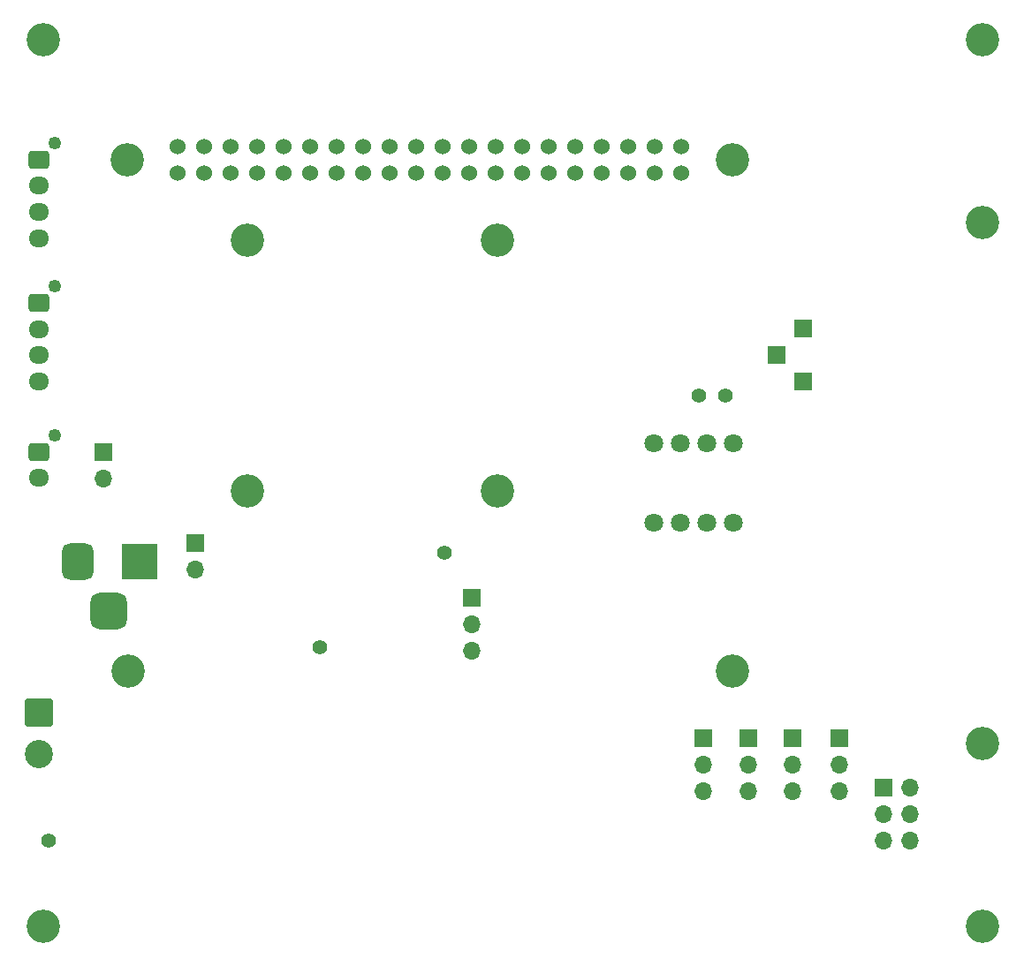
<source format=gbr>
%TF.GenerationSoftware,KiCad,Pcbnew,9.0.0*%
%TF.CreationDate,2025-05-22T12:59:40+09:00*%
%TF.ProjectId,control_unit,636f6e74-726f-46c5-9f75-6e69742e6b69,R1*%
%TF.SameCoordinates,Original*%
%TF.FileFunction,Soldermask,Bot*%
%TF.FilePolarity,Negative*%
%FSLAX46Y46*%
G04 Gerber Fmt 4.6, Leading zero omitted, Abs format (unit mm)*
G04 Created by KiCad (PCBNEW 9.0.0) date 2025-05-22 12:59:40*
%MOMM*%
%LPD*%
G01*
G04 APERTURE LIST*
G04 Aperture macros list*
%AMRoundRect*
0 Rectangle with rounded corners*
0 $1 Rounding radius*
0 $2 $3 $4 $5 $6 $7 $8 $9 X,Y pos of 4 corners*
0 Add a 4 corners polygon primitive as box body*
4,1,4,$2,$3,$4,$5,$6,$7,$8,$9,$2,$3,0*
0 Add four circle primitives for the rounded corners*
1,1,$1+$1,$2,$3*
1,1,$1+$1,$4,$5*
1,1,$1+$1,$6,$7*
1,1,$1+$1,$8,$9*
0 Add four rect primitives between the rounded corners*
20,1,$1+$1,$2,$3,$4,$5,0*
20,1,$1+$1,$4,$5,$6,$7,0*
20,1,$1+$1,$6,$7,$8,$9,0*
20,1,$1+$1,$8,$9,$2,$3,0*%
G04 Aperture macros list end*
%ADD10C,1.400000*%
%ADD11R,1.800000X1.800000*%
%ADD12C,1.800000*%
%ADD13R,1.700000X1.700000*%
%ADD14O,1.700000X1.700000*%
%ADD15C,3.200000*%
%ADD16C,1.524000*%
%ADD17R,3.500000X3.500000*%
%ADD18RoundRect,0.750000X-0.750000X-1.000000X0.750000X-1.000000X0.750000X1.000000X-0.750000X1.000000X0*%
%ADD19RoundRect,0.875000X-0.875000X-0.875000X0.875000X-0.875000X0.875000X0.875000X-0.875000X0.875000X0*%
%ADD20C,1.250000*%
%ADD21RoundRect,0.250000X-0.725000X0.600000X-0.725000X-0.600000X0.725000X-0.600000X0.725000X0.600000X0*%
%ADD22O,1.950000X1.700000*%
%ADD23RoundRect,0.250001X-1.099999X1.099999X-1.099999X-1.099999X1.099999X-1.099999X1.099999X1.099999X0*%
%ADD24C,2.700000*%
G04 APERTURE END LIST*
D10*
%TO.C,TP2*%
X86525995Y-133849005D03*
%TD*%
%TO.C,JP1*%
X148852195Y-91234005D03*
X151392195Y-91234005D03*
%TD*%
D11*
%TO.C,R11*%
X158775995Y-89849005D03*
X156235995Y-87309005D03*
X158775995Y-84769005D03*
%TD*%
D12*
%TO.C,U15*%
X152085995Y-95789005D03*
X149545995Y-95789005D03*
X147005995Y-95789005D03*
X144465995Y-95789005D03*
X144465995Y-103409005D03*
X147005995Y-103409005D03*
X149545995Y-103409005D03*
X152085995Y-103409005D03*
%TD*%
D13*
%TO.C,J7*%
X157775995Y-124074005D03*
D14*
X157775995Y-126614005D03*
X157775995Y-129154005D03*
%TD*%
D13*
%TO.C,M2*%
X100525995Y-105324005D03*
D14*
X100525995Y-107864005D03*
%TD*%
D15*
%TO.C,H1*%
X86025995Y-57099005D03*
%TD*%
%TO.C,U2*%
X94025995Y-68599005D03*
X94075995Y-117599005D03*
X105525995Y-76349005D03*
X105525995Y-100349005D03*
X129525995Y-76349005D03*
X129525995Y-100349005D03*
X152025995Y-68599005D03*
X152025995Y-117599005D03*
D16*
X98895995Y-69869005D03*
X98895995Y-67329005D03*
X101435995Y-69869005D03*
X101435995Y-67329005D03*
X103975995Y-69869005D03*
X103975995Y-67329005D03*
X106515995Y-69869005D03*
X106515995Y-67329005D03*
X109055995Y-69869005D03*
X109055995Y-67329005D03*
X111595995Y-69869005D03*
X111595995Y-67329005D03*
X114135995Y-69869005D03*
X114135995Y-67329005D03*
X116675995Y-69869005D03*
X116675995Y-67329005D03*
X119215995Y-69869005D03*
X119215995Y-67329005D03*
X121755995Y-69869005D03*
X121755995Y-67329005D03*
X124295995Y-69869005D03*
X124295995Y-67329005D03*
X126835995Y-69869005D03*
X126835995Y-67329005D03*
X129375995Y-69869005D03*
X129375995Y-67329005D03*
X131915995Y-69869005D03*
X131915995Y-67329005D03*
X134455995Y-69869005D03*
X134455995Y-67329005D03*
X136995995Y-69869005D03*
X136995995Y-67329005D03*
X139535995Y-69869005D03*
X139535995Y-67329005D03*
X142075995Y-69869005D03*
X142075995Y-67329005D03*
X144615995Y-69869005D03*
X144615995Y-67329005D03*
X147155995Y-69869005D03*
X147155995Y-67329005D03*
%TD*%
D15*
%TO.C,H4*%
X176025995Y-57099005D03*
%TD*%
D17*
%TO.C,J9*%
X95250000Y-107141505D03*
D18*
X89250000Y-107141505D03*
D19*
X92250000Y-111841505D03*
%TD*%
D13*
%TO.C,J5*%
X149275995Y-124059005D03*
D14*
X149275995Y-126599005D03*
X149275995Y-129139005D03*
%TD*%
D13*
%TO.C,J8*%
X162275995Y-124059005D03*
D14*
X162275995Y-126599005D03*
X162275995Y-129139005D03*
%TD*%
D15*
%TO.C,H6*%
X176025995Y-124599005D03*
%TD*%
D13*
%TO.C,J1*%
X166500995Y-128824005D03*
D14*
X169040995Y-128824005D03*
X166500995Y-131364005D03*
X169040995Y-131364005D03*
X166500995Y-133904005D03*
X169040995Y-133904005D03*
%TD*%
D13*
%TO.C,CAN2*%
X91775995Y-96599005D03*
D14*
X91775995Y-99139005D03*
%TD*%
D13*
%TO.C,J6*%
X153525995Y-124059005D03*
D14*
X153525995Y-126599005D03*
X153525995Y-129139005D03*
%TD*%
D10*
%TO.C,TP1*%
X124425995Y-106299005D03*
%TD*%
D15*
%TO.C,H3*%
X176025995Y-142099005D03*
%TD*%
%TO.C,H5*%
X176025995Y-74599005D03*
%TD*%
D13*
%TO.C,M1*%
X127025995Y-110559005D03*
D14*
X127025995Y-113099005D03*
X127025995Y-115639005D03*
%TD*%
D15*
%TO.C,H2*%
X86025995Y-142099005D03*
%TD*%
D10*
%TO.C,TP4*%
X112525995Y-115349005D03*
%TD*%
D20*
%TO.C,J4*%
X87125995Y-80749005D03*
D21*
X85525995Y-82349005D03*
D22*
X85525995Y-84849005D03*
X85525995Y-87349005D03*
X85525995Y-89849005D03*
%TD*%
D20*
%TO.C,CAN1*%
X87125995Y-94999005D03*
D21*
X85525995Y-96599005D03*
D22*
X85525995Y-99099005D03*
%TD*%
D23*
%TO.C,J2*%
X85525995Y-121639005D03*
D24*
X85525995Y-125599005D03*
%TD*%
D20*
%TO.C,Analog_IN1*%
X87125995Y-66999005D03*
D21*
X85525995Y-68599005D03*
D22*
X85525995Y-71099005D03*
X85525995Y-73599005D03*
X85525995Y-76099005D03*
%TD*%
M02*

</source>
